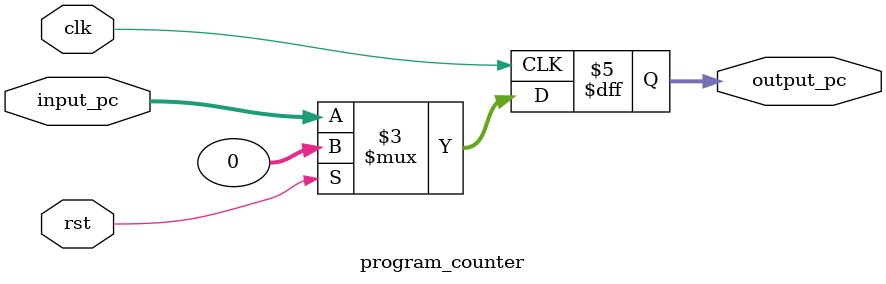
<source format=v>
module program_counter (input_pc, output_pc, rst, clk);

input	[31:0]		input_pc;
input			clk, rst;

output	reg [31:0]	output_pc;

always @(posedge clk)
	begin
		if (rst) begin
			output_pc <= 32'h00000000;
      		end
      		else 	output_pc <= input_pc;
	end

endmodule
</source>
